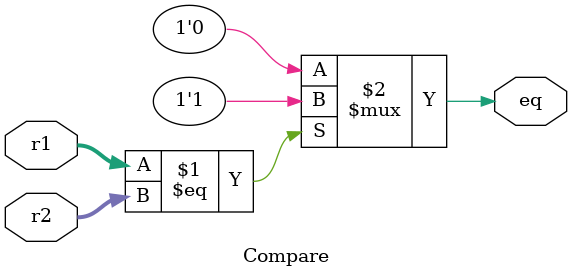
<source format=v>
`timescale 1ns / 1ps

module Compare(
    input  [31:0]r1,
    input  [31:0]r2,
    output eq
    );
    
    assign eq = (r1 == r2) ? 1'b1 : 1'b0;
endmodule

</source>
